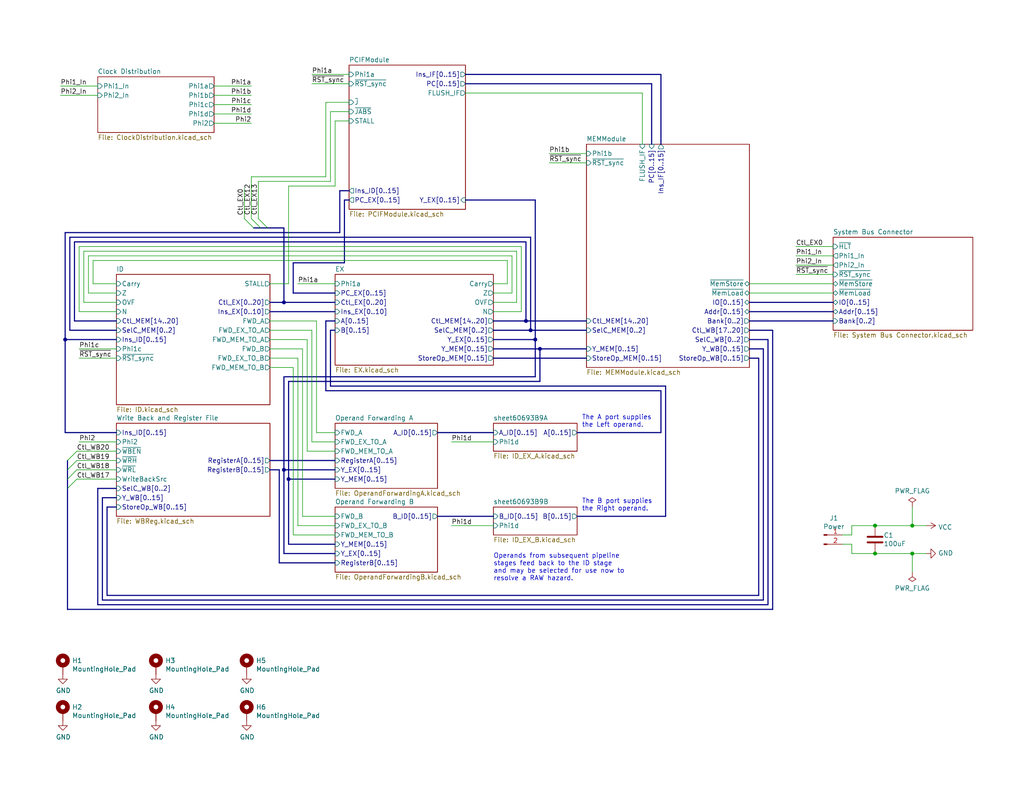
<source format=kicad_sch>
(kicad_sch (version 20250114) (generator "eeschema") (generator_version "9.0")
  (paper "USLetter")
  (title_block (title "Turtle16: Processor Board") (date "2025-07-01") (rev "A") (comment 4 "Microcomputer built from 74xx series logic chips."))
  (lib_symbols
    (symbol "Connector:Conn_01x02_Pin" (pin_names (offset 1.016) (hide yes))
      (property "Reference" "J" (at 0 2.54 0))
      (property "Value" "Conn_01x02_Pin" (at 0 -5.08 0))
      (symbol "Conn_01x02_Pin_1_1"
        (rectangle (start 0.8636 0.127) (end 0 -0.127) (stroke (width 0.1524)) (fill (type outline)))
        (rectangle (start 0.8636 -2.413) (end 0 -2.667) (stroke (width 0.1524)) (fill (type outline)))
        (polyline (pts (xy 1.27 0) (xy 0.8636 0)) (stroke (width 0.1524)))
        (polyline (pts (xy 1.27 -2.54) (xy 0.8636 -2.54)) (stroke (width 0.1524)))
        (pin passive line (at 5.08 0 180) (length 3.81) (name "Pin_1") (number "1"))
        (pin passive line (at 5.08 -2.54 180) (length 3.81) (name "Pin_2") (number "2"))
      )
    )
    (symbol "Device:C" (pin_numbers (hide yes)) (pin_names (offset 0.254))
      (property "Reference" "C" (at 0.635 2.54 0))
      (property "Value" "C" (at 0.635 -2.54 0))
      (symbol "C_0_1"
        (polyline (pts (xy -2.032 0.762) (xy 2.032 0.762)) (stroke (width 0.508)))
        (polyline (pts (xy -2.032 -0.762) (xy 2.032 -0.762)) (stroke (width 0.508)))
      )
      (symbol "C_1_1"
        (pin passive line (at 0 3.81 270) (length 2.794) (name "~") (number "1"))
        (pin passive line (at 0 -3.81 90) (length 2.794) (name "~") (number "2"))
      )
    )
    (symbol "Mechanical:MountingHole_Pad" (pin_numbers (hide yes)) (pin_names (offset 1.016) (hide yes))
      (property "Reference" "H" (at 0 6.35 0))
      (property "Value" "MountingHole_Pad" (at 0 4.445 0))
      (symbol "MountingHole_Pad_0_1"
        (circle (center 0 1.27) (radius 1.27) (stroke (width 1.27)))
      )
      (symbol "MountingHole_Pad_1_1"
        (pin input line (at 0 -2.54 90) (length 2.54) (name "1") (number "1"))
      )
    )
    (symbol "Turtle16:MEC5-140-01-L-DV-W1-K"
      (property "Reference" "J" (at 21.59 7.62 0))
      (property "Value" "MEC5-140-01-L-DV-W1-K" (at 21.59 5.08 0))
      (symbol "MEC5-140-01-L-DV-W1-K_1_1"
        (rectangle (start 5.08 2.54) (end 20.32 -360.68) (stroke (width 0.254)) (fill (type background)))
        (pin passive line (at 0 0 0) (length 5.08) (name "1") (number "1"))
        (pin passive line (at 0 -2.54 0) (length 5.08) (name "2") (number "2"))
        (pin passive line (at 0 -5.08 0) (length 5.08) (name "3") (number "3"))
        (pin passive line (at 0 -7.62 0) (length 5.08) (name "4") (number "4"))
        (pin passive line (at 0 -10.16 0) (length 5.08) (name "5") (number "5"))
        (pin passive line (at 0 -12.7 0) (length 5.08) (name "6") (number "6"))
        (pin passive line (at 0 -15.24 0) (length 5.08) (name "7") (number "7"))
        (pin passive line (at 0 -17.78 0) (length 5.08) (name "8") (number "8"))
        (pin passive line (at 0 -20.32 0) (length 5.08) (name "9") (number "9"))
        (pin passive line (at 0 -22.86 0) (length 5.08) (name "10") (number "10"))
        (pin passive line (at 0 -25.4 0) (length 5.08) (name "11") (number "11"))
        (pin passive line (at 0 -27.94 0) (length 5.08) (name "12") (number "12"))
        (pin passive line (at 0 -30.48 0) (length 5.08) (name "13") (number "13"))
        (pin passive line (at 0 -33.02 0) (length 5.08) (name "14") (number "14"))
        (pin passive line (at 0 -35.56 0) (length 5.08) (name "15") (number "15"))
        (pin passive line (at 0 -38.1 0) (length 5.08) (name "16") (number "16"))
        (pin passive line (at 0 -40.64 0) (length 5.08) (name "17") (number "17"))
        (pin passive line (at 0 -43.18 0) (length 5.08) (name "18") (number "18"))
        (pin passive line (at 0 -45.72 0) (length 5.08) (name "19") (number "19"))
        (pin passive line (at 0 -48.26 0) (length 5.08) (name "20") (number "20"))
        (pin passive line (at 0 -50.8 0) (length 5.08) (name "21") (number "21"))
        (pin passive line (at 0 -53.34 0) (length 5.08) (name "22") (number "22"))
        (pin passive line (at 0 -55.88 0) (length 5.08) (name "23") (number "23"))
        (pin passive line (at 0 -58.42 0) (length 5.08) (name "24") (number "24"))
        (pin passive line (at 0 -60.96 0) (length 5.08) (name "25") (number "25"))
        (pin passive line (at 0 -63.5 0) (length 5.08) (name "26") (number "26"))
        (pin passive line (at 0 -66.04 0) (length 5.08) (name "27") (number "27"))
        (pin passive line (at 0 -68.58 0) (length 5.08) (name "28") (number "28"))
        (pin passive line (at 0 -71.12 0) (length 5.08) (name "29") (number "29"))
        (pin passive line (at 0 -73.66 0) (length 5.08) (name "30") (number "30"))
        (pin passive line (at 0 -76.2 0) (length 5.08) (name "31") (number "31"))
        (pin passive line (at 0 -78.74 0) (length 5.08) (name "32") (number "32"))
        (pin passive line (at 0 -81.28 0) (length 5.08) (name "33") (number "33"))
        (pin passive line (at 0 -83.82 0) (length 5.08) (name "34") (number "34"))
        (pin passive line (at 0 -86.36 0) (length 5.08) (name "35") (number "35"))
        (pin passive line (at 0 -88.9 0) (length 5.08) (name "36") (number "36"))
        (pin passive line (at 0 -91.44 0) (length 5.08) (name "37") (number "37"))
        (pin passive line (at 0 -93.98 0) (length 5.08) (name "38") (number "38"))
        (pin passive line (at 0 -96.52 0) (length 5.08) (name "39") (number "39"))
        (pin passive line (at 0 -99.06 0) (length 5.08) (name "40") (number "40"))
        (pin passive line (at 0 -101.6 0) (length 5.08) (name "41") (number "41"))
        (pin passive line (at 0 -104.14 0) (length 5.08) (name "42") (number "42"))
        (pin passive line (at 0 -106.68 0) (length 5.08) (name "43") (number "43"))
        (pin passive line (at 0 -109.22 0) (length 5.08) (name "44") (number "44"))
        (pin passive line (at 0 -111.76 0) (length 5.08) (name "45") (number "45"))
        (pin passive line (at 0 -114.3 0) (length 5.08) (name "46") (number "46"))
        (pin passive line (at 0 -116.84 0) (length 5.08) (name "47") (number "47"))
        (pin passive line (at 0 -119.38 0) (length 5.08) (name "48") (number "48"))
        (pin passive line (at 0 -121.92 0) (length 5.08) (name "49") (number "49"))
        (pin passive line (at 0 -124.46 0) (length 5.08) (name "50") (number "50"))
        (pin passive line (at 0 -127 0) (length 5.08) (name "51") (number "51"))
        (pin passive line (at 0 -129.54 0) (length 5.08) (name "52") (number "52"))
        (pin passive line (at 0 -132.08 0) (length 5.08) (name "53") (number "53"))
        (pin passive line (at 0 -134.62 0) (length 5.08) (name "54") (number "54"))
        (pin passive line (at 0 -137.16 0) (length 5.08) (name "55") (number "55"))
        (pin passive line (at 0 -139.7 0) (length 5.08) (name "56") (number "56"))
        (pin passive line (at 0 -142.24 0) (length 5.08) (name "57") (number "57"))
        (pin passive line (at 0 -144.78 0) (length 5.08) (name "58") (number "58"))
        (pin passive line (at 0 -147.32 0) (length 5.08) (name "59") (number "59"))
        (pin passive line (at 0 -149.86 0) (length 5.08) (name "60") (number "60"))
        (pin passive line (at 0 -152.4 0) (length 5.08) (name "61") (number "61"))
        (pin passive line (at 0 -154.94 0) (length 5.08) (name "62") (number "62"))
        (pin passive line (at 0 -157.48 0) (length 5.08) (name "63") (number "63"))
        (pin passive line (at 0 -160.02 0) (length 5.08) (name "64") (number "64"))
        (pin passive line (at 0 -162.56 0) (length 5.08) (name "65") (number "65"))
        (pin passive line (at 0 -165.1 0) (length 5.08) (name "66") (number "66"))
        (pin passive line (at 0 -167.64 0) (length 5.08) (name "67") (number "67"))
        (pin passive line (at 0 -170.18 0) (length 5.08) (name "68") (number "68"))
        (pin passive line (at 0 -172.72 0) (length 5.08) (name "69") (number "69"))
        (pin passive line (at 0 -175.26 0) (length 5.08) (name "70") (number "70"))
        (pin passive line (at 0 -177.8 0) (length 5.08) (name "71") (number "71"))
        (pin passive line (at 0 -180.34 0) (length 5.08) (name "72") (number "72"))
        (pin passive line (at 0 -182.88 0) (length 5.08) (name "73") (number "73"))
        (pin passive line (at 0 -185.42 0) (length 5.08) (name "74") (number "74"))
        (pin passive line (at 0 -187.96 0) (length 5.08) (name "75") (number "75"))
        (pin passive line (at 0 -190.5 0) (length 5.08) (name "76") (number "76"))
        (pin passive line (at 0 -193.04 0) (length 5.08) (name "77") (number "77"))
        (pin passive line (at 0 -195.58 0) (length 5.08) (name "78") (number "78"))
        (pin passive line (at 0 -198.12 0) (length 5.08) (name "79") (number "79"))
        (pin passive line (at 0 -200.66 0) (length 5.08) (name "80") (number "80"))
        (pin passive line (at 0 -203.2 0) (length 5.08) (name "81") (number "81"))
        (pin passive line (at 0 -205.74 0) (length 5.08) (name "82") (number "82"))
        (pin passive line (at 0 -208.28 0) (length 5.08) (name "83") (number "83"))
        (pin passive line (at 0 -210.82 0) (length 5.08) (name "84") (number "84"))
        (pin passive line (at 0 -213.36 0) (length 5.08) (name "85") (number "85"))
        (pin passive line (at 0 -215.9 0) (length 5.08) (name "86") (number "86"))
        (pin passive line (at 0 -218.44 0) (length 5.08) (name "87") (number "87"))
        (pin passive line (at 0 -220.98 0) (length 5.08) (name "88") (number "88"))
        (pin passive line (at 0 -223.52 0) (length 5.08) (name "89") (number "89"))
        (pin passive line (at 0 -226.06 0) (length 5.08) (name "90") (number "90"))
        (pin passive line (at 0 -228.6 0) (length 5.08) (name "91") (number "91"))
        (pin passive line (at 0 -231.14 0) (length 5.08) (name "92") (number "92"))
        (pin passive line (at 0 -233.68 0) (length 5.08) (name "93") (number "93"))
        (pin passive line (at 0 -236.22 0) (length 5.08) (name "94") (number "94"))
        (pin passive line (at 0 -238.76 0) (length 5.08) (name "95") (number "95"))
        (pin passive line (at 0 -241.3 0) (length 5.08) (name "96") (number "96"))
        (pin passive line (at 0 -243.84 0) (length 5.08) (name "97") (number "97"))
        (pin passive line (at 0 -246.38 0) (length 5.08) (name "98") (number "98"))
        (pin passive line (at 0 -248.92 0) (length 5.08) (name "99") (number "99"))
        (pin passive line (at 0 -251.46 0) (length 5.08) (name "100") (number "100"))
        (pin passive line (at 0 -254 0) (length 5.08) (name "101") (number "101"))
        (pin passive line (at 0 -256.54 0) (length 5.08) (name "102") (number "102"))
        (pin passive line (at 0 -259.08 0) (length 5.08) (name "103") (number "103"))
        (pin passive line (at 0 -261.62 0) (length 5.08) (name "104") (number "104"))
        (pin passive line (at 0 -264.16 0) (length 5.08) (name "105") (number "105"))
        (pin passive line (at 0 -266.7 0) (length 5.08) (name "106") (number "106"))
        (pin passive line (at 0 -269.24 0) (length 5.08) (name "107") (number "107"))
        (pin passive line (at 0 -271.78 0) (length 5.08) (name "108") (number "108"))
        (pin passive line (at 0 -274.32 0) (length 5.08) (name "109") (number "109"))
        (pin passive line (at 0 -276.86 0) (length 5.08) (name "110") (number "110"))
        (pin passive line (at 0 -279.4 0) (length 5.08) (name "111") (number "111"))
        (pin passive line (at 0 -281.94 0) (length 5.08) (name "112") (number "112"))
        (pin passive line (at 0 -284.48 0) (length 5.08) (name "113") (number "113"))
        (pin passive line (at 0 -287.02 0) (length 5.08) (name "114") (number "114"))
        (pin passive line (at 0 -289.56 0) (length 5.08) (name "115") (number "115"))
        (pin passive line (at 0 -292.1 0) (length 5.08) (name "116") (number "116"))
        (pin passive line (at 0 -294.64 0) (length 5.08) (name "117") (number "117"))
        (pin passive line (at 0 -297.18 0) (length 5.08) (name "118") (number "118"))
        (pin passive line (at 0 -299.72 0) (length 5.08) (name "119") (number "119"))
        (pin passive line (at 0 -302.26 0) (length 5.08) (name "120") (number "120"))
        (pin passive line (at 0 -304.8 0) (length 5.08) (name "121") (number "121"))
        (pin passive line (at 0 -307.34 0) (length 5.08) (name "122") (number "122"))
        (pin passive line (at 0 -309.88 0) (length 5.08) (name "123") (number "123"))
        (pin passive line (at 0 -312.42 0) (length 5.08) (name "124") (number "124"))
        (pin passive line (at 0 -314.96 0) (length 5.08) (name "125") (number "125"))
        (pin passive line (at 0 -317.5 0) (length 5.08) (name "126") (number "126"))
        (pin passive line (at 0 -320.04 0) (length 5.08) (name "127") (number "127"))
        (pin passive line (at 0 -322.58 0) (length 5.08) (name "128") (number "128"))
        (pin passive line (at 0 -325.12 0) (length 5.08) (name "129") (number "129"))
        (pin passive line (at 0 -327.66 0) (length 5.08) (name "130") (number "130"))
        (pin passive line (at 0 -330.2 0) (length 5.08) (name "131") (number "131"))
        (pin passive line (at 0 -332.74 0) (length 5.08) (name "132") (number "132"))
        (pin passive line (at 0 -335.28 0) (length 5.08) (name "133") (number "133"))
        (pin passive line (at 0 -337.82 0) (length 5.08) (name "134") (number "134"))
        (pin passive line (at 0 -340.36 0) (length 5.08) (name "135") (number "135"))
        (pin passive line (at 0 -342.9 0) (length 5.08) (name "136") (number "136"))
        (pin passive line (at 0 -345.44 0) (length 5.08) (name "137") (number "137"))
        (pin passive line (at 0 -347.98 0) (length 5.08) (name "138") (number "138"))
        (pin passive line (at 0 -350.52 0) (length 5.08) (name "139") (number "139"))
        (pin passive line (at 0 -353.06 0) (length 5.08) (name "140") (number "140"))
        (pin passive line (at 0 -355.6 0) (length 5.08) (name "141") (number "141"))
        (pin passive line (at 0 -358.14 0) (length 5.08) (name "142") (number "142"))
        (pin passive line (at 25.4 0 180) (length 5.08) (name "143") (number "143"))
        (pin passive line (at 25.4 -2.54 180) (length 5.08) (name "144") (number "144"))
        (pin passive line (at 25.4 -5.08 180) (length 5.08) (name "145") (number "145"))
        (pin passive line (at 25.4 -7.62 180) (length 5.08) (name "146") (number "146"))
        (pin passive line (at 25.4 -10.16 180) (length 5.08) (name "147") (number "147"))
        (pin passive line (at 25.4 -12.7 180) (length 5.08) (name "148") (number "148"))
        (pin passive line (at 25.4 -15.24 180) (length 5.08) (name "149") (number "149"))
        (pin passive line (at 25.4 -17.78 180) (length 5.08) (name "150") (number "150"))
        (pin passive line (at 25.4 -20.32 180) (length 5.08) (name "151") (number "151"))
        (pin passive line (at 25.4 -22.86 180) (length 5.08) (name "152") (number "152"))
        (pin passive line (at 25.4 -25.4 180) (length 5.08) (name "153") (number "153"))
        (pin passive line (at 25.4 -27.94 180) (length 5.08) (name "154") (number "154"))
        (pin passive line (at 25.4 -30.48 180) (length 5.08) (name "155") (number "155"))
        (pin passive line (at 25.4 -33.02 180) (length 5.08) (name "156") (number "156"))
        (pin passive line (at 25.4 -35.56 180) (length 5.08) (name "157") (number "157"))
        (pin passive line (at 25.4 -38.1 180) (length 5.08) (name "158") (number "158"))
        (pin passive line (at 25.4 -40.64 180) (length 5.08) (name "159") (number "159"))
        (pin passive line (at 25.4 -43.18 180) (length 5.08) (name "160") (number "160"))
        (pin passive line (at 25.4 -45.72 180) (length 5.08) (name "161") (number "161"))
        (pin passive line (at 25.4 -48.26 180) (length 5.08) (name "162") (number "162"))
        (pin passive line (at 25.4 -50.8 180) (length 5.08) (name "163") (number "163"))
        (pin passive line (at 25.4 -53.34 180) (length 5.08) (name "164") (number "164"))
        (pin passive line (at 25.4 -55.88 180) (length 5.08) (name "165") (number "165"))
        (pin passive line (at 25.4 -58.42 180) (length 5.08) (name "166") (number "166"))
        (pin passive line (at 25.4 -60.96 180) (length 5.08) (name "167") (number "167"))
        (pin passive line (at 25.4 -63.5 180) (length 5.08) (name "168") (number "168"))
        (pin passive line (at 25.4 -66.04 180) (length 5.08) (name "169") (number "169"))
        (pin passive line (at 25.4 -68.58 180) (length 5.08) (name "170") (number "170"))
        (pin passive line (at 25.4 -71.12 180) (length 5.08) (name "171") (number "171"))
        (pin passive line (at 25.4 -73.66 180) (length 5.08) (name "172") (number "172"))
        (pin passive line (at 25.4 -76.2 180) (length 5.08) (name "173") (number "173"))
        (pin passive line (at 25.4 -78.74 180) (length 5.08) (name "174") (number "174"))
        (pin passive line (at 25.4 -81.28 180) (length 5.08) (name "175") (number "175"))
        (pin passive line (at 25.4 -83.82 180) (length 5.08) (name "176") (number "176"))
        (pin passive line (at 25.4 -86.36 180) (length 5.08) (name "177") (number "177"))
        (pin passive line (at 25.4 -88.9 180) (length 5.08) (name "178") (number "178"))
        (pin passive line (at 25.4 -91.44 180) (length 5.08) (name "179") (number "179"))
        (pin passive line (at 25.4 -93.98 180) (length 5.08) (name "180") (number "180"))
        (pin passive line (at 25.4 -96.52 180) (length 5.08) (name "181") (number "181"))
        (pin passive line (at 25.4 -99.06 180) (length 5.08) (name "182") (number "182"))
        (pin passive line (at 25.4 -101.6 180) (length 5.08) (name "183") (number "183"))
        (pin passive line (at 25.4 -104.14 180) (length 5.08) (name "184") (number "184"))
        (pin passive line (at 25.4 -106.68 180) (length 5.08) (name "185") (number "185"))
        (pin passive line (at 25.4 -109.22 180) (length 5.08) (name "186") (number "186"))
        (pin passive line (at 25.4 -111.76 180) (length 5.08) (name "187") (number "187"))
        (pin passive line (at 25.4 -114.3 180) (length 5.08) (name "188") (number "188"))
        (pin passive line (at 25.4 -116.84 180) (length 5.08) (name "189") (number "189"))
        (pin passive line (at 25.4 -119.38 180) (length 5.08) (name "190") (number "190"))
        (pin passive line (at 25.4 -121.92 180) (length 5.08) (name "191") (number "191"))
        (pin passive line (at 25.4 -124.46 180) (length 5.08) (name "192") (number "192"))
        (pin passive line (at 25.4 -127 180) (length 5.08) (name "193") (number "193"))
        (pin passive line (at 25.4 -129.54 180) (length 5.08) (name "194") (number "194"))
        (pin passive line (at 25.4 -132.08 180) (length 5.08) (name "195") (number "195"))
        (pin passive line (at 25.4 -134.62 180) (length 5.08) (name "196") (number "196"))
        (pin passive line (at 25.4 -137.16 180) (length 5.08) (name "197") (number "197"))
        (pin passive line (at 25.4 -139.7 180) (length 5.08) (name "198") (number "198"))
        (pin passive line (at 25.4 -142.24 180) (length 5.08) (name "199") (number "199"))
        (pin passive line (at 25.4 -144.78 180) (length 5.08) (name "200") (number "200"))
        (pin passive line (at 25.4 -147.32 180) (length 5.08) (name "201") (number "201"))
        (pin passive line (at 25.4 -149.86 180) (length 5.08) (name "202") (number "202"))
        (pin passive line (at 25.4 -152.4 180) (length 5.08) (name "203") (number "203"))
        (pin passive line (at 25.4 -154.94 180) (length 5.08) (name "204") (number "204"))
        (pin passive line (at 25.4 -157.48 180) (length 5.08) (name "205") (number "205"))
        (pin passive line (at 25.4 -160.02 180) (length 5.08) (name "206") (number "206"))
        (pin passive line (at 25.4 -162.56 180) (length 5.08) (name "207") (number "207"))
        (pin passive line (at 25.4 -165.1 180) (length 5.08) (name "208") (number "208"))
        (pin passive line (at 25.4 -167.64 180) (length 5.08) (name "209") (number "209"))
        (pin passive line (at 25.4 -170.18 180) (length 5.08) (name "210") (number "210"))
        (pin passive line (at 25.4 -172.72 180) (length 5.08) (name "211") (number "211"))
        (pin passive line (at 25.4 -175.26 180) (length 5.08) (name "212") (number "212"))
        (pin passive line (at 25.4 -177.8 180) (length 5.08) (name "213") (number "213"))
        (pin passive line (at 25.4 -180.34 180) (length 5.08) (name "214") (number "214"))
        (pin passive line (at 25.4 -182.88 180) (length 5.08) (name "215") (number "215"))
        (pin passive line (at 25.4 -185.42 180) (length 5.08) (name "216") (number "216"))
        (pin passive line (at 25.4 -187.96 180) (length 5.08) (name "217") (number "217"))
        (pin passive line (at 25.4 -190.5 180) (length 5.08) (name "218") (number "218"))
        (pin passive line (at 25.4 -193.04 180) (length 5.08) (name "219") (number "219"))
        (pin passive line (at 25.4 -195.58 180) (length 5.08) (name "220") (number "220"))
        (pin passive line (at 25.4 -198.12 180) (length 5.08) (name "221") (number "221"))
        (pin passive line (at 25.4 -200.66 180) (length 5.08) (name "222") (number "222"))
        (pin passive line (at 25.4 -203.2 180) (length 5.08) (name "223") (number "223"))
        (pin passive line (at 25.4 -205.74 180) (length 5.08) (name "224") (number "224"))
        (pin passive line (at 25.4 -208.28 180) (length 5.08) (name "225") (number "225"))
        (pin passive line (at 25.4 -210.82 180) (length 5.08) (name "226") (number "226"))
        (pin passive line (at 25.4 -213.36 180) (length 5.08) (name "227") (number "227"))
        (pin passive line (at 25.4 -215.9 180) (length 5.08) (name "228") (number "228"))
        (pin passive line (at 25.4 -218.44 180) (length 5.08) (name "229") (number "229"))
        (pin passive line (at 25.4 -220.98 180) (length 5.08) (name "230") (number "230"))
        (pin passive line (at 25.4 -223.52 180) (length 5.08) (name "231") (number "231"))
        (pin passive line (at 25.4 -226.06 180) (length 5.08) (name "232") (number "232"))
        (pin passive line (at 25.4 -228.6 180) (length 5.08) (name "233") (number "233"))
        (pin passive line (at 25.4 -231.14 180) (length 5.08) (name "234") (number "234"))
        (pin passive line (at 25.4 -233.68 180) (length 5.08) (name "235") (number "235"))
        (pin passive line (at 25.4 -236.22 180) (length 5.08) (name "236") (number "236"))
        (pin passive line (at 25.4 -238.76 180) (length 5.08) (name "237") (number "237"))
        (pin passive line (at 25.4 -241.3 180) (length 5.08) (name "238") (number "238"))
        (pin passive line (at 25.4 -243.84 180) (length 5.08) (name "239") (number "239"))
        (pin passive line (at 25.4 -246.38 180) (length 5.08) (name "240") (number "240"))
        (pin passive line (at 25.4 -248.92 180) (length 5.08) (name "241") (number "241"))
        (pin passive line (at 25.4 -251.46 180) (length 5.08) (name "242") (number "242"))
        (pin passive line (at 25.4 -254 180) (length 5.08) (name "243") (number "243"))
        (pin passive line (at 25.4 -256.54 180) (length 5.08) (name "244") (number "244"))
        (pin passive line (at 25.4 -259.08 180) (length 5.08) (name "245") (number "245"))
        (pin passive line (at 25.4 -261.62 180) (length 5.08) (name "246") (number "246"))
        (pin passive line (at 25.4 -264.16 180) (length 5.08) (name "247") (number "247"))
        (pin passive line (at 25.4 -266.7 180) (length 5.08) (name "248") (number "248"))
        (pin passive line (at 25.4 -269.24 180) (length 5.08) (name "249") (number "249"))
        (pin passive line (at 25.4 -271.78 180) (length 5.08) (name "250") (number "250"))
        (pin passive line (at 25.4 -274.32 180) (length 5.08) (name "251") (number "251"))
        (pin passive line (at 25.4 -276.86 180) (length 5.08) (name "252") (number "252"))
        (pin passive line (at 25.4 -279.4 180) (length 5.08) (name "253") (number "253"))
        (pin passive line (at 25.4 -281.94 180) (length 5.08) (name "254") (number "254"))
        (pin passive line (at 25.4 -284.48 180) (length 5.08) (name "255") (number "255"))
        (pin passive line (at 25.4 -287.02 180) (length 5.08) (name "256") (number "256"))
        (pin passive line (at 25.4 -289.56 180) (length 5.08) (name "257") (number "257"))
        (pin passive line (at 25.4 -292.1 180) (length 5.08) (name "258") (number "258"))
        (pin passive line (at 25.4 -294.64 180) (length 5.08) (name "259") (number "259"))
        (pin passive line (at 25.4 -297.18 180) (length 5.08) (name "260") (number "260"))
        (pin passive line (at 25.4 -299.72 180) (length 5.08) (name "261") (number "261"))
        (pin passive line (at 25.4 -302.26 180) (length 5.08) (name "262") (number "262"))
        (pin passive line (at 25.4 -304.8 180) (length 5.08) (name "263") (number "263"))
        (pin passive line (at 25.4 -307.34 180) (length 5.08) (name "264") (number "264"))
        (pin passive line (at 25.4 -309.88 180) (length 5.08) (name "265") (number "265"))
        (pin passive line (at 25.4 -312.42 180) (length 5.08) (name "266") (number "266"))
        (pin passive line (at 25.4 -314.96 180) (length 5.08) (name "267") (number "267"))
        (pin passive line (at 25.4 -317.5 180) (length 5.08) (name "268") (number "268"))
        (pin passive line (at 25.4 -320.04 180) (length 5.08) (name "269") (number "269"))
        (pin passive line (at 25.4 -322.58 180) (length 5.08) (name "270") (number "270"))
        (pin passive line (at 25.4 -325.12 180) (length 5.08) (name "271") (number "271"))
        (pin passive line (at 25.4 -327.66 180) (length 5.08) (name "272") (number "272"))
        (pin passive line (at 25.4 -330.2 180) (length 5.08) (name "273") (number "273"))
        (pin passive line (at 25.4 -332.74 180) (length 5.08) (name "274") (number "274"))
        (pin passive line (at 25.4 -335.28 180) (length 5.08) (name "275") (number "275"))
        (pin passive line (at 25.4 -337.82 180) (length 5.08) (name "276") (number "276"))
        (pin passive line (at 25.4 -340.36 180) (length 5.08) (name "277") (number "277"))
        (pin passive line (at 25.4 -342.9 180) (length 5.08) (name "278") (number "278"))
        (pin passive line (at 25.4 -345.44 180) (length 5.08) (name "279") (number "279"))
        (pin passive line (at 25.4 -347.98 180) (length 5.08) (name "280") (number "280"))
        (pin passive line (at 25.4 -350.52 180) (length 5.08) (name "MH2") (number "MH2"))
        (pin passive line (at 25.4 -353.06 180) (length 5.08) (name "MH3") (number "MH3"))
        (pin passive line (at 25.4 -355.6 180) (length 5.08) (name "MH4") (number "MH4"))
        (pin passive line (at 25.4 -358.14 180) (length 5.08) (name "MH5") (number "MH5"))
      )
    )
    (symbol "power:GND" (power) (pin_names (offset 0))
      (property "Value" "GND" (at 0 -3.81 0))
      (symbol "GND_0_1"
        (polyline (pts (xy 0 0) (xy 0 -1.27) (xy 1.27 -1.27) (xy 0 -2.54) (xy -1.27 -1.27) (xy 0 -1.27)))
      )
      (symbol "GND_1_1"
        (pin power_in line (at 0 0 270) (length 0) (hide yes) (name "GND") (number "1"))
      )
    )
    (symbol "power:PWR_FLAG" (power) (pin_numbers (hide yes)) (pin_names (offset 0) (hide yes))
      (property "Value" "PWR_FLAG" (at 0 3.81 0))
      (symbol "PWR_FLAG_0_0"
        (pin power_out line (at 0 0 90) (length 0) (name "pwr") (number "1"))
      )
      (symbol "PWR_FLAG_0_1"
        (polyline (pts (xy 0 0) (xy 0 1.27) (xy -1.016 1.905) (xy 0 2.54) (xy 1.016 1.905) (xy 0 1.27)))
      )
    )
    (symbol "power:VCC" (power) (pin_names (offset 0))
      (property "Value" "VCC" (at 0 3.81 0))
      (symbol "VCC_0_1"
        (polyline (pts (xy -0.762 1.27) (xy 0 2.54)))
        (polyline (pts (xy 0 2.54) (xy 0.762 1.27)))
        (polyline (pts (xy 0 0) (xy 0 2.54)))
      )
      (symbol "VCC_1_1"
        (pin power_in line (at 0 0 90) (length 0) (hide yes) (name "VCC") (number "1"))
      )
    )
  )
  (text "Operands from subsequent pipeline\nstages feed back to the ID stage\nand may be selected for use now to\nresolve a RAW hazard." (at 134.62 158.75 0) (effects (font (size 1.27 1.27)) (justify left bottom)))
  (text "The B port supplies\nthe Right operand." (at 158.75 139.7 0) (effects (font (size 1.27 1.27)) (justify left bottom)))
  (text "The A port supplies\nthe Left operand." (at 158.75 116.84 0) (effects (font (size 1.27 1.27)) (justify left bottom)))
  (junction (at 77.47 128.27))
  (junction (at 147.32 95.25))
  (junction (at 238.76 151.13))
  (junction (at 248.92 151.13))
  (junction (at 143.51 87.63))
  (junction (at 146.05 92.71))
  (junction (at 144.78 90.17))
  (junction (at 248.92 143.51))
  (junction (at 78.74 130.81))
  (junction (at 77.47 82.55))
  (junction (at 17.78 92.71))
  (junction (at 238.76 143.51))
  (bus_entry (at 73.025 62.23) (size -2.54 -2.54))
  (bus_entry (at 71.12 62.23) (size -2.54 -2.54))
  (bus_entry (at 69.215 62.23) (size -2.54 -2.54))
  (bus_entry (at 18.415 128.27) (size 2.54 -2.54))
  (bus_entry (at 18.415 130.81) (size 2.54 -2.54))
  (bus_entry (at 18.415 125.73) (size 2.54 -2.54))
  (bus_entry (at 18.415 133.35) (size 2.54 -2.54))
  (bus (pts (xy 91.44 87.63) (xy 88.9 87.63)))
  (wire (pts (xy 91.44 123.19) (xy 83.82 123.19)))
  (bus (pts (xy 91.44 90.17) (xy 90.17 90.17)))
  (bus (pts (xy 73.66 82.55) (xy 77.47 82.55)))
  (bus (pts (xy 181.61 140.97) (xy 157.48 140.97)))
  (wire (pts (xy 86.36 87.63) (xy 73.66 87.63)))
  (wire (pts (xy 21.59 95.25) (xy 31.75 95.25)))
  (bus (pts (xy 177.8 39.37) (xy 177.8 22.86)))
  (bus (pts (xy 88.9 87.63) (xy 88.9 106.68)))
  (wire (pts (xy 134.62 82.55) (xy 140.97 82.55)))
  (bus (pts (xy 92.71 52.07) (xy 92.71 63.5)))
  (wire (pts (xy 91.44 120.65) (xy 85.09 120.65)))
  (wire (pts (xy 238.76 151.13) (xy 248.92 151.13)))
  (bus (pts (xy 93.98 54.61) (xy 93.98 71.755)))
  (wire (pts (xy 232.41 143.51) (xy 238.76 143.51)))
  (wire (pts (xy 142.24 85.09) (xy 142.24 67.31)))
  (wire (pts (xy 20.955 125.73) (xy 31.75 125.73)))
  (bus (pts (xy 144.78 64.77) (xy 19.05 64.77)))
  (bus (pts (xy 78.74 104.14) (xy 78.74 130.81)))
  (bus (pts (xy 77.47 102.87) (xy 77.47 128.27)))
  (wire (pts (xy 138.43 71.12) (xy 25.4 71.12)))
  (bus (pts (xy 27.94 135.89) (xy 27.94 163.83)))
  (wire (pts (xy 95.25 27.94) (xy 88.9 27.94)))
  (bus (pts (xy 73.66 85.09) (xy 91.44 85.09)))
  (bus (pts (xy 180.34 20.32) (xy 180.34 39.37)))
  (wire (pts (xy 80.01 146.05) (xy 80.01 100.33)))
  (bus (pts (xy 80.01 80.01) (xy 91.44 80.01)))
  (bus (pts (xy 127 20.32) (xy 180.34 20.32)))
  (bus (pts (xy 209.55 165.1) (xy 26.67 165.1)))
  (bus (pts (xy 180.34 106.68) (xy 180.34 118.11)))
  (wire (pts (xy 68.58 48.26) (xy 68.58 59.69)))
  (wire (pts (xy 20.955 128.27) (xy 31.75 128.27)))
  (bus (pts (xy 78.74 130.81) (xy 78.74 148.59)))
  (wire (pts (xy 25.4 77.47) (xy 31.75 77.47)))
  (bus (pts (xy 80.01 71.755) (xy 80.01 80.01)))
  (wire (pts (xy 68.58 23.495) (xy 58.42 23.495)))
  (wire (pts (xy 149.86 44.45) (xy 160.02 44.45)))
  (bus (pts (xy 208.28 163.83) (xy 208.28 95.25)))
  (wire (pts (xy 91.44 50.8) (xy 78.74 50.8)))
  (bus (pts (xy 76.2 128.27) (xy 76.2 153.67)))
  (wire (pts (xy 21.59 97.79) (xy 31.75 97.79)))
  (wire (pts (xy 81.28 97.79) (xy 73.66 97.79)))
  (bus (pts (xy 73.66 128.27) (xy 76.2 128.27)))
  (wire (pts (xy 252.73 143.51) (xy 248.92 143.51)))
  (bus (pts (xy 19.05 64.77) (xy 19.05 90.17)))
  (bus (pts (xy 95.25 54.61) (xy 93.98 54.61)))
  (wire (pts (xy 217.17 69.85) (xy 227.33 69.85)))
  (wire (pts (xy 16.51 23.495) (xy 26.67 23.495)))
  (bus (pts (xy 143.51 87.63) (xy 160.02 87.63)))
  (bus (pts (xy 210.82 166.37) (xy 18.415 166.37)))
  (wire (pts (xy 68.58 26.035) (xy 58.42 26.035)))
  (bus (pts (xy 146.05 102.87) (xy 77.47 102.87)))
  (wire (pts (xy 80.01 100.33) (xy 73.66 100.33)))
  (wire (pts (xy 91.44 33.02) (xy 91.44 50.8)))
  (bus (pts (xy 29.21 162.56) (xy 29.21 138.43)))
  (wire (pts (xy 139.7 69.85) (xy 139.7 80.01)))
  (bus (pts (xy 180.34 118.11) (xy 157.48 118.11)))
  (wire (pts (xy 217.17 67.31) (xy 227.33 67.31)))
  (bus (pts (xy 134.62 92.71) (xy 146.05 92.71)))
  (bus (pts (xy 134.62 90.17) (xy 144.78 90.17)))
  (wire (pts (xy 68.58 28.575) (xy 58.42 28.575)))
  (bus (pts (xy 69.215 62.23) (xy 71.12 62.23)))
  (wire (pts (xy 22.86 68.58) (xy 22.86 82.55)))
  (bus (pts (xy 93.98 71.755) (xy 80.01 71.755)))
  (wire (pts (xy 91.44 118.11) (xy 86.36 118.11)))
  (wire (pts (xy 140.97 68.58) (xy 22.86 68.58)))
  (bus (pts (xy 204.47 92.71) (xy 209.55 92.71)))
  (wire (pts (xy 24.13 69.85) (xy 139.7 69.85)))
  (wire (pts (xy 25.4 71.12) (xy 25.4 77.47)))
  (bus (pts (xy 20.32 87.63) (xy 31.75 87.63)))
  (wire (pts (xy 90.17 49.53) (xy 90.17 30.48)))
  (bus (pts (xy 181.61 105.41) (xy 181.61 140.97)))
  (bus (pts (xy 147.32 95.25) (xy 160.02 95.25)))
  (bus (pts (xy 29.21 138.43) (xy 31.75 138.43)))
  (bus (pts (xy 73.66 125.73) (xy 91.44 125.73)))
  (wire (pts (xy 134.62 85.09) (xy 142.24 85.09)))
  (wire (pts (xy 248.92 138.43) (xy 248.92 143.51)))
  (wire (pts (xy 123.19 143.51) (xy 134.62 143.51)))
  (bus (pts (xy 77.47 151.13) (xy 91.44 151.13)))
  (wire (pts (xy 85.09 20.32) (xy 95.25 20.32)))
  (wire (pts (xy 24.13 80.01) (xy 24.13 69.85)))
  (bus (pts (xy 127 22.86) (xy 177.8 22.86)))
  (bus (pts (xy 208.28 95.25) (xy 204.47 95.25)))
  (bus (pts (xy 77.47 82.55) (xy 91.44 82.55)))
  (wire (pts (xy 21.59 85.09) (xy 31.75 85.09)))
  (bus (pts (xy 92.71 63.5) (xy 17.78 63.5)))
  (wire (pts (xy 78.74 50.8) (xy 78.74 77.47)))
  (wire (pts (xy 83.82 123.19) (xy 83.82 92.71)))
  (bus (pts (xy 146.05 54.61) (xy 146.05 92.71)))
  (bus (pts (xy 204.47 87.63) (xy 227.33 87.63)))
  (bus (pts (xy 88.9 106.68) (xy 180.34 106.68)))
  (bus (pts (xy 78.74 130.81) (xy 91.44 130.81)))
  (wire (pts (xy 138.43 77.47) (xy 138.43 71.12)))
  (bus (pts (xy 73.025 62.23) (xy 77.47 62.23)))
  (wire (pts (xy 91.44 140.97) (xy 82.55 140.97)))
  (wire (pts (xy 68.58 31.115) (xy 58.42 31.115)))
  (wire (pts (xy 83.82 92.71) (xy 73.66 92.71)))
  (bus (pts (xy 210.82 90.17) (xy 210.82 166.37)))
  (bus (pts (xy 31.75 118.11) (xy 17.78 118.11)))
  (wire (pts (xy 232.41 151.13) (xy 238.76 151.13)))
  (wire (pts (xy 70.485 59.69) (xy 70.485 49.53)))
  (bus (pts (xy 18.415 130.81) (xy 18.415 133.35)))
  (wire (pts (xy 82.55 95.25) (xy 73.66 95.25)))
  (bus (pts (xy 147.32 104.14) (xy 78.74 104.14)))
  (wire (pts (xy 248.92 156.21) (xy 248.92 151.13)))
  (wire (pts (xy 95.25 33.02) (xy 91.44 33.02)))
  (wire (pts (xy 217.17 74.93) (xy 227.33 74.93)))
  (wire (pts (xy 78.74 77.47) (xy 73.66 77.47)))
  (wire (pts (xy 204.47 77.47) (xy 227.33 77.47)))
  (bus (pts (xy 204.47 90.17) (xy 210.82 90.17)))
  (bus (pts (xy 19.05 90.17) (xy 31.75 90.17)))
  (bus (pts (xy 31.75 135.89) (xy 27.94 135.89)))
  (bus (pts (xy 78.74 148.59) (xy 91.44 148.59)))
  (wire (pts (xy 91.44 146.05) (xy 80.01 146.05)))
  (bus (pts (xy 143.51 87.63) (xy 143.51 66.04)))
  (bus (pts (xy 18.415 133.35) (xy 18.415 166.37)))
  (wire (pts (xy 232.41 148.59) (xy 232.41 151.13)))
  (wire (pts (xy 68.58 33.655) (xy 58.42 33.655)))
  (wire (pts (xy 123.19 120.65) (xy 134.62 120.65)))
  (wire (pts (xy 21.59 67.31) (xy 21.59 85.09)))
  (bus (pts (xy 134.62 95.25) (xy 147.32 95.25)))
  (bus (pts (xy 17.78 118.11) (xy 17.78 92.71)))
  (bus (pts (xy 209.55 92.71) (xy 209.55 165.1)))
  (wire (pts (xy 85.09 22.86) (xy 95.25 22.86)))
  (wire (pts (xy 88.9 27.94) (xy 88.9 48.26)))
  (wire (pts (xy 175.26 39.37) (xy 175.26 25.4)))
  (wire (pts (xy 229.87 146.05) (xy 232.41 146.05)))
  (bus (pts (xy 77.47 128.27) (xy 77.47 151.13)))
  (bus (pts (xy 146.05 92.71) (xy 146.05 102.87)))
  (bus (pts (xy 26.67 165.1) (xy 26.67 133.35)))
  (wire (pts (xy 85.09 120.65) (xy 85.09 90.17)))
  (wire (pts (xy 217.17 72.39) (xy 227.33 72.39)))
  (wire (pts (xy 134.62 77.47) (xy 138.43 77.47)))
  (wire (pts (xy 229.87 148.59) (xy 232.41 148.59)))
  (bus (pts (xy 134.62 97.79) (xy 160.02 97.79)))
  (bus (pts (xy 76.2 153.67) (xy 91.44 153.67)))
  (bus (pts (xy 77.47 82.55) (xy 77.47 62.23)))
  (bus (pts (xy 207.01 97.79) (xy 207.01 162.56)))
  (bus (pts (xy 18.415 125.73) (xy 18.415 128.27)))
  (bus (pts (xy 31.75 92.71) (xy 17.78 92.71)))
  (wire (pts (xy 91.44 143.51) (xy 81.28 143.51)))
  (wire (pts (xy 248.92 151.13) (xy 252.73 151.13)))
  (wire (pts (xy 82.55 140.97) (xy 82.55 95.25)))
  (wire (pts (xy 204.47 80.01) (xy 227.33 80.01)))
  (wire (pts (xy 232.41 143.51) (xy 232.41 146.05)))
  (wire (pts (xy 238.76 143.51) (xy 248.92 143.51)))
  (wire (pts (xy 81.28 77.47) (xy 91.44 77.47)))
  (wire (pts (xy 88.9 48.26) (xy 68.58 48.26)))
  (wire (pts (xy 85.09 90.17) (xy 73.66 90.17)))
  (bus (pts (xy 90.17 90.17) (xy 90.17 105.41)))
  (bus (pts (xy 143.51 66.04) (xy 20.32 66.04)))
  (bus (pts (xy 77.47 128.27) (xy 91.44 128.27)))
  (wire (pts (xy 86.36 118.11) (xy 86.36 87.63)))
  (bus (pts (xy 144.78 90.17) (xy 144.78 64.77)))
  (wire (pts (xy 66.675 51.435) (xy 66.675 59.69)))
  (bus (pts (xy 20.32 66.04) (xy 20.32 87.63)))
  (bus (pts (xy 127 54.61) (xy 146.05 54.61)))
  (wire (pts (xy 134.62 80.01) (xy 139.7 80.01)))
  (bus (pts (xy 18.415 128.27) (xy 18.415 130.81)))
  (bus (pts (xy 144.78 90.17) (xy 160.02 90.17)))
  (bus (pts (xy 26.67 133.35) (xy 31.75 133.35)))
  (wire (pts (xy 16.51 26.035) (xy 26.67 26.035)))
  (bus (pts (xy 119.38 118.11) (xy 134.62 118.11)))
  (wire (pts (xy 22.86 82.55) (xy 31.75 82.55)))
  (bus (pts (xy 71.12 62.23) (xy 73.025 62.23)))
  (bus (pts (xy 204.47 97.79) (xy 207.01 97.79)))
  (wire (pts (xy 149.86 41.91) (xy 160.02 41.91)))
  (wire (pts (xy 90.17 30.48) (xy 95.25 30.48)))
  (wire (pts (xy 70.485 49.53) (xy 90.17 49.53)))
  (bus (pts (xy 204.47 85.09) (xy 227.33 85.09)))
  (wire (pts (xy 31.75 80.01) (xy 24.13 80.01)))
  (bus (pts (xy 147.32 95.25) (xy 147.32 104.14)))
  (bus (pts (xy 204.47 82.55) (xy 227.33 82.55)))
  (bus (pts (xy 119.38 140.97) (xy 134.62 140.97)))
  (wire (pts (xy 21.59 120.65) (xy 31.75 120.65)))
  (wire (pts (xy 20.955 123.19) (xy 31.75 123.19)))
  (bus (pts (xy 90.17 105.41) (xy 181.61 105.41)))
  (wire (pts (xy 127 25.4) (xy 175.26 25.4)))
  (bus (pts (xy 134.62 87.63) (xy 143.51 87.63)))
  (wire (pts (xy 21.59 67.31) (xy 142.24 67.31)))
  (wire (pts (xy 20.955 130.81) (xy 31.75 130.81)))
  (bus (pts (xy 207.01 162.56) (xy 29.21 162.56)))
  (bus (pts (xy 17.78 63.5) (xy 17.78 92.71)))
  (bus (pts (xy 95.25 52.07) (xy 92.71 52.07)))
  (wire (pts (xy 140.97 82.55) (xy 140.97 68.58)))
  (bus (pts (xy 27.94 163.83) (xy 208.28 163.83)))
  (wire (pts (xy 81.28 143.51) (xy 81.28 97.79)))
  (label "Phi1_In" (at 217.17 69.85 0))
  (label "~{RST_sync}" (at 21.59 97.79 0))
  (label "Phi2_In" (at 217.17 72.39 0))
  (label "~{RST_sync}" (at 217.17 74.93 0))
  (label "Phi1b" (at 68.58 26.035 180))
  (label "Ctl_EX0" (at 66.675 51.435 270))
  (label "Ctl_WB18" (at 20.955 128.27 0))
  (label "Phi2" (at 21.59 120.65 0))
  (label "Phi1_In" (at 16.51 23.495 0))
  (label "Phi1d" (at 123.19 120.65 0))
  (label "~{RST_sync}" (at 85.09 22.86 0))
  (label "Phi1a" (at 81.28 77.47 0))
  (label "Phi2" (at 68.58 33.655 180))
  (label "Phi1c" (at 68.58 28.575 180))
  (label "Ctl_EX13" (at 70.485 50.165 270))
  (label "Phi1b" (at 149.86 41.91 0))
  (label "Ctl_WB19" (at 20.955 125.73 0))
  (label "Phi1c" (at 21.59 95.25 0))
  (label "Ctl_WB17" (at 20.955 130.81 0))
  (label "Phi2_In" (at 16.51 26.035 0))
  (label "Phi1a" (at 68.58 23.495 180))
  (label "Ctl_WB20" (at 20.955 123.19 0))
  (label "Phi1d" (at 123.19 143.51 0))
  (label "Phi1d" (at 68.58 31.115 180))
  (label "Phi1a" (at 85.09 20.32 0))
  (label "Ctl_EX12" (at 68.58 50.165 270))
  (label "Ctl_EX0" (at 217.17 67.31 0))
  (label "~{RST_sync}" (at 149.86 44.45 0))
  (symbol (lib_id "Connector:Conn_01x02_Pin") (at 224.79 146.05 0) (unit 1)
    (property "Reference" "J1" (at 227.5332 141.4526 0))
    (property "Value" "Power" (at 227.5332 143.764 0))
    (property "Footprint" "Connector_Molex:172448-0002" (effects (hide yes)))
    (property "Datasheet" "https://www.molex.com/content/dam/molex/molex-dot-com/products/automated/en-us/salesdrawingpdf/172/172448/1724480002_sd.pdf" (effects (hide yes)))
    (property "Manufacturer" "Molex" (effects (hide yes)))
    (property "Manufacturer#" "172448-0002" (effects (hide yes)))
    (property "Mouser#" "538-172448-0002" (effects (hide yes)))
    (property "Digikey#" "WM16206-ND" (effects (hide yes)))
  )
  (symbol (lib_id "Mechanical:MountingHole_Pad") (at 17.145 181.61 0) (unit 1) (in_bom no)
    (property "Reference" "H1" (at 19.685 180.3654 0) (effects (justify left)))
    (property "Value" "MountingHole_Pad" (at 19.685 182.6768 0) (effects (justify left)))
    (property "Footprint" "MountingHole:MountingHole_3.2mm_M3_Pad" (effects (hide yes)))
  )
  (symbol (lib_id "Mechanical:MountingHole_Pad") (at 42.545 181.61 0) (unit 1) (in_bom no)
    (property "Reference" "H3" (at 45.085 180.3654 0) (effects (justify left)))
    (property "Value" "MountingHole_Pad" (at 45.085 182.6768 0) (effects (justify left)))
    (property "Footprint" "MountingHole:MountingHole_3.2mm_M3_Pad" (effects (hide yes)))
  )
  (symbol (lib_id "power:GND") (at 67.31 196.85 0) (unit 1)
    (property "Reference" "#PWR0447" (effects (hide yes)))
    (property "Value" "GND" (at 67.437 201.2442 0))
  )
  (symbol (lib_id "Mechanical:MountingHole_Pad") (at 42.545 194.31 0) (unit 1) (in_bom no)
    (property "Reference" "H4" (at 45.085 193.0654 0) (effects (justify left)))
    (property "Value" "MountingHole_Pad" (at 45.085 195.3768 0) (effects (justify left)))
    (property "Footprint" "MountingHole:MountingHole_3.2mm_M3_Pad" (effects (hide yes)))
  )
  (symbol (lib_id "Device:C") (at 238.76 147.32 0) (unit 1)
    (property "Reference" "C1" (at 241.0968 146.1516 0) (effects (justify left)))
    (property "Value" "100uF" (at 241.0968 148.463 0) (effects (justify left)))
    (property "Footprint" "Capacitor_SMD:C_1206_3216Metric" (effects (hide yes)))
    (property "Datasheet" "https://www.yuden.co.jp/productdata/catalog/mlcc06_e.pdf" (effects (hide yes)))
    (property "Manufacturer" "Taiyo Yuden" (effects (hide yes)))
    (property "Manufacturer#" "AMK316ABJ107ML-T" (effects (hide yes)))
    (property "Mouser#" "963-AMK316ABJ107ML-T" (effects (hide yes)))
    (property "Digikey#" "587-AMK316ABJ107ML-TCT-ND" (effects (hide yes)))
  )
  (symbol (lib_id "Mechanical:MountingHole_Pad") (at 17.145 194.31 0) (unit 1) (in_bom no)
    (property "Reference" "H2" (at 19.685 193.0654 0) (effects (justify left)))
    (property "Value" "MountingHole_Pad" (at 19.685 195.3768 0) (effects (justify left)))
    (property "Footprint" "MountingHole:MountingHole_3.2mm_M3_Pad" (effects (hide yes)))
  )
  (symbol (lib_id "Turtle16:MEC5-140-01-L-DV-W1-K") (at -69.85 -58.42 0) (unit 1)
    (property "Reference" "J5" (at -57.15 -64.77 0))
    (property "Value" "MEC5-140-01-L-DV-W1-K" (at -57.15 -62.23 0))
    (property "Footprint" "Turtle16:MEC514001LDVW1K" (effects (hide yes)))
    (property "Datasheet" "https://suddendocs.samtec.com/prints/mec5-xxx-xx-x-dv-xx-k-xx-mkt.pdf" (effects (hide yes)))
    (property "Description" "Standard Card Edge Connectors MEC5-DV vert conn 140 pos per row" (effects (hide yes)))
    (property "Height" "10.35" (effects (hide yes)))
    (property "Mouser Part Number" "200-MEC514001LDVW1K" (effects (hide yes)))
    (property "Mouser Price/Stock" "https://www.mouser.co.uk/ProductDetail/Samtec/MEC5-140-01-L-DV-W1-K?qs=XeJtXLiO41SNck3klUeiMQ%3D%3D" (effects (hide yes)))
    (property "Manufacturer_Name" "SAMTEC" (effects (hide yes)))
    (property "Manufacturer_Part_Number" "MEC5-140-01-L-DV-W1-K" (effects (hide yes)))
  )
  (symbol (lib_id "power:PWR_FLAG") (at 248.92 138.43 0) (unit 1)
    (property "Reference" "#FLG01" (effects (hide yes)))
    (property "Value" "PWR_FLAG" (at 248.92 134.0358 0))
  )
  (symbol (lib_id "power:VCC") (at 252.73 143.51 270) (unit 1)
    (property "Reference" "#PWR05" (effects (hide yes)))
    (property "Value" "VCC" (at 255.9812 143.9418 90) (effects (justify left)))
  )
  (symbol (lib_id "Mechanical:MountingHole_Pad") (at 67.31 181.61 0) (unit 1) (in_bom no)
    (property "Reference" "H5" (at 69.85 180.3654 0) (effects (justify left)))
    (property "Value" "MountingHole_Pad" (at 69.85 182.6768 0) (effects (justify left)))
    (property "Footprint" "MountingHole:MountingHole_3.2mm_M3_Pad" (effects (hide yes)))
  )
  (symbol (lib_id "power:GND") (at 67.31 184.15 0) (unit 1)
    (property "Reference" "#PWR0446" (effects (hide yes)))
    (property "Value" "GND" (at 67.437 188.5442 0))
  )
  (symbol (lib_id "power:GND") (at 17.145 184.15 0) (unit 1)
    (property "Reference" "#PWR01" (effects (hide yes)))
    (property "Value" "GND" (at 17.272 188.5442 0))
  )
  (symbol (lib_id "power:PWR_FLAG") (at 248.92 156.21 180) (unit 1)
    (property "Reference" "#FLG02" (effects (hide yes)))
    (property "Value" "PWR_FLAG" (at 248.92 160.6042 0))
  )
  (symbol (lib_id "power:GND") (at 42.545 184.15 0) (unit 1)
    (property "Reference" "#PWR03" (effects (hide yes)))
    (property "Value" "GND" (at 42.672 188.5442 0))
  )
  (symbol (lib_id "power:GND") (at 252.73 151.13 90) (unit 1)
    (property "Reference" "#PWR06" (effects (hide yes)))
    (property "Value" "GND" (at 255.9812 151.003 90) (effects (justify right)))
  )
  (symbol (lib_id "power:GND") (at 17.145 196.85 0) (unit 1)
    (property "Reference" "#PWR02" (effects (hide yes)))
    (property "Value" "GND" (at 17.272 201.2442 0))
  )
  (symbol (lib_id "Mechanical:MountingHole_Pad") (at 67.31 194.31 0) (unit 1) (in_bom no)
    (property "Reference" "H6" (at 69.85 193.0654 0) (effects (justify left)))
    (property "Value" "MountingHole_Pad" (at 69.85 195.3768 0) (effects (justify left)))
    (property "Footprint" "MountingHole:MountingHole_3.2mm_M3_Pad" (effects (hide yes)))
  )
  (symbol (lib_id "power:GND") (at 42.545 196.85 0) (unit 1)
    (property "Reference" "#PWR04" (effects (hide yes)))
    (property "Value" "GND" (at 42.672 201.2442 0))
  )
  (sheet (at 227.33 64.77) (size 38.1 25.4)
    (property "Sheetname" "System Bus Connector" (at 227.33 64.0584 0) (effects (justify left bottom)))
    (property "Sheetfile" "System Bus Connector.kicad_sch" (at 227.33 90.7546 0) (effects (justify left top)))
    (pin "IO[0..15]" tri_state (at 227.33 82.55 180))
    (pin "Addr[0..15]" tri_state (at 227.33 85.09 180))
    (pin "~{MemLoad}" tri_state (at 227.33 80.01 180))
    (pin "~{MemStore}" tri_state (at 227.33 77.47 180))
    (pin "Phi2_In" output (at 227.33 72.39 180))
    (pin "~{RST_sync}" input (at 227.33 74.93 180))
    (pin "Bank[0..2]" input (at 227.33 87.63 180))
    (pin "Phi1_In" output (at 227.33 69.85 180))
    (pin "~{HLT}" input (at 227.33 67.31 180))
  )
  (sheet (at 31.75 74.93) (size 41.91 35.56)
    (property "Sheetname" "ID" (at 31.75 74.2184 0) (effects (justify left bottom)))
    (property "Sheetfile" "ID.kicad_sch" (at 31.75 111.0746 0) (effects (justify left top)))
    (pin "Z" input (at 31.75 80.01 180))
    (pin "Carry" input (at 31.75 77.47 180))
    (pin "Ins_ID[0..15]" input (at 31.75 92.71 180))
    (pin "Ctl_EX[0..20]" output (at 73.66 82.55 0))
    (pin "OVF" input (at 31.75 82.55 180))
    (pin "Ins_EX[0..10]" output (at 73.66 85.09 0))
    (pin "STALL" output (at 73.66 77.47 0))
    (pin "Ctl_MEM[14..20]" input (at 31.75 87.63 180))
    (pin "SelC_MEM[0..2]" input (at 31.75 90.17 180))
    (pin "FWD_EX_TO_B" output (at 73.66 97.79 0))
    (pin "FWD_MEM_TO_B" output (at 73.66 100.33 0))
    (pin "FWD_B" output (at 73.66 95.25 0))
    (pin "FWD_EX_TO_A" output (at 73.66 90.17 0))
    (pin "FWD_MEM_TO_A" output (at 73.66 92.71 0))
    (pin "FWD_A" output (at 73.66 87.63 0))
    (pin "Phi1c" input (at 31.75 95.25 180))
    (pin "~{RST_sync}" input (at 31.75 97.79 180))
    (pin "N" input (at 31.75 85.09 180))
  )
  (sheet (at 91.44 74.93) (size 43.18 24.765)
    (property "Sheetname" "EX" (at 91.44 74.2184 0) (effects (justify left bottom)))
    (property "Sheetfile" "EX.kicad_sch" (at 91.44 100.2796 0) (effects (justify left top)))
    (pin "Y_MEM[0..15]" output (at 134.62 95.25 0))
    (pin "Ctl_MEM[14..20]" output (at 134.62 87.63 0))
    (pin "Z" output (at 134.62 80.01 0))
    (pin "Carry" output (at 134.62 77.47 0))
    (pin "OVF" output (at 134.62 82.55 0))
    (pin "StoreOp_MEM[0..15]" output (at 134.62 97.79 0))
    (pin "SelC_MEM[0..2]" output (at 134.62 90.17 0))
    (pin "Ctl_EX[0..20]" input (at 91.44 82.55 180))
    (pin "PC_EX[0..15]" input (at 91.44 80.01 180))
    (pin "Ins_EX[0..10]" input (at 91.44 85.09 180))
    (pin "A[0..15]" input (at 91.44 87.63 180))
    (pin "B[0..15]" input (at 91.44 90.17 180))
    (pin "Y_EX[0..15]" output (at 134.62 92.71 0))
    (pin "Phi1a" input (at 91.44 77.47 180))
    (pin "N" output (at 134.62 85.09 0))
  )
  (sheet (at 160.02 39.37) (size 44.45 60.96) (stroke (width 0.1524))
    (property "Sheetname" "MEMModule" (at 160.02 38.6584 0) (effects (justify left bottom)))
    (property "Sheetfile" "MEMModule.kicad_sch" (at 160.02 100.9146 0) (effects (justify left top)))
    (pin "Addr[0..15]" tri_state (at 204.47 85.09 0))
    (pin "Bank[0..2]" output (at 204.47 87.63 0))
    (pin "Ctl_MEM[14..20]" input (at 160.02 87.63 180))
    (pin "Ctl_WB[17..20]" output (at 204.47 90.17 0))
    (pin "FLUSH_IF" input (at 175.26 39.37 90))
    (pin "Ins_IF[0..15]" output (at 180.34 39.37 90))
    (pin "IO[0..15]" tri_state (at 204.47 82.55 0))
    (pin "PC[0..15]" input (at 177.8 39.37 90))
    (pin "Phi1b" input (at 160.02 41.91 180))
    (pin "SelC_MEM[0..2]" input (at 160.02 90.17 180))
    (pin "SelC_WB[0..2]" output (at 204.47 92.71 0))
    (pin "StoreOp_MEM[0..15]" input (at 160.02 97.79 180))
    (pin "StoreOp_WB[0..15]" output (at 204.47 97.79 0))
    (pin "Y_MEM[0..15]" input (at 160.02 95.25 180))
    (pin "Y_WB[0..15]" output (at 204.47 95.25 0))
    (pin "~{MemLoad}" tri_state (at 204.47 80.01 0))
    (pin "~{MemStore}" tri_state (at 204.47 77.47 0))
    (pin "~{RST_sync}" input (at 160.02 44.45 180))
  )
  (sheet (at 91.44 138.43) (size 27.94 17.78)
    (property "Sheetname" "Operand Forwarding B" (at 91.44 137.7184 0) (effects (justify left bottom)))
    (property "Sheetfile" "OperandForwardingB.kicad_sch" (at 91.44 156.7946 0) (effects (justify left top)))
    (pin "FWD_B" input (at 91.44 140.97 180))
    (pin "B_ID[0..15]" output (at 119.38 140.97 0))
    (pin "RegisterB[0..15]" input (at 91.44 153.67 180))
    (pin "Y_EX[0..15]" input (at 91.44 151.13 180))
    (pin "Y_MEM[0..15]" input (at 91.44 148.59 180))
    (pin "FWD_EX_TO_B" input (at 91.44 143.51 180))
    (pin "FWD_MEM_TO_B" input (at 91.44 146.05 180))
  )
  (sheet (at 95.25 17.78) (size 31.75 39.37) (stroke (width 0.1524))
    (property "Sheetname" "PCIFModule" (at 95.25 17.0684 0) (effects (justify left bottom)))
    (property "Sheetfile" "PCIFModule.kicad_sch" (at 95.25 57.7346 0) (effects (justify left top)))
    (pin "FLUSH_IF" output (at 127 25.4 0))
    (pin "Ins_ID[0..15]" output (at 95.25 52.07 180))
    (pin "Ins_IF[0..15]" output (at 127 20.32 0))
    (pin "PC[0..15]" output (at 127 22.86 0))
    (pin "PC_EX[0..15]" output (at 95.25 54.61 180))
    (pin "Phi1a" input (at 95.25 20.32 180))
    (pin "STALL" input (at 95.25 33.02 180))
    (pin "Y_EX[0..15]" input (at 127 54.61 0))
    (pin "~{JABS}" input (at 95.25 30.48 180))
    (pin "~{J}" input (at 95.25 27.94 180))
    (pin "~{RST_sync}" input (at 95.25 22.86 180))
  )
  (sheet (at 26.67 20.955) (size 31.75 15.24) (stroke (width 0.1524))
    (property "Sheetname" "Clock Distribution" (at 26.67 20.2434 0) (effects (justify left bottom)))
    (property "Sheetfile" "ClockDistribution.kicad_sch" (at 26.67 36.7796 0) (effects (justify left top)))
    (pin "Phi1a" output (at 58.42 23.495 0))
    (pin "Phi1b" output (at 58.42 26.035 0))
    (pin "Phi1d" output (at 58.42 31.115 0))
    (pin "Phi1c" output (at 58.42 28.575 0))
    (pin "Phi2" output (at 58.42 33.655 0))
    (pin "Phi1_In" input (at 26.67 23.495 180))
    (pin "Phi2_In" input (at 26.67 26.035 180))
  )
  (sheet (at 91.44 115.57) (size 27.94 17.78)
    (property "Sheetname" "Operand Forwarding A" (at 91.44 114.8584 0) (effects (justify left bottom)))
    (property "Sheetfile" "OperandForwardingA.kicad_sch" (at 91.44 133.9346 0) (effects (justify left top)))
    (pin "FWD_A" input (at 91.44 118.11 180))
    (pin "A_ID[0..15]" output (at 119.38 118.11 0))
    (pin "RegisterA[0..15]" input (at 91.44 125.73 180))
    (pin "Y_EX[0..15]" input (at 91.44 128.27 180))
    (pin "Y_MEM[0..15]" input (at 91.44 130.81 180))
    (pin "FWD_EX_TO_A" input (at 91.44 120.65 180))
    (pin "FWD_MEM_TO_A" input (at 91.44 123.19 180))
  )
  (sheet (at 134.62 115.57) (size 22.86 7.62)
    (property "Sheetname" "sheet60693B9A" (at 134.62 114.8584 0) (effects (justify left bottom)))
    (property "Sheetfile" "ID_EX_A.kicad_sch" (at 134.62 123.7746 0) (effects (justify left top)))
    (pin "A_ID[0..15]" input (at 134.62 118.11 180))
    (pin "A[0..15]" output (at 157.48 118.11 0))
    (pin "Phi1d" input (at 134.62 120.65 180))
  )
  (sheet (at 134.62 138.43) (size 22.86 7.62)
    (property "Sheetname" "sheet60693B9B" (at 134.62 137.7184 0) (effects (justify left bottom)))
    (property "Sheetfile" "ID_EX_B.kicad_sch" (at 134.62 146.6346 0) (effects (justify left top)))
    (pin "B_ID[0..15]" input (at 134.62 140.97 180))
    (pin "B[0..15]" output (at 157.48 140.97 0))
    (pin "Phi1d" input (at 134.62 143.51 180))
  )
  (sheet (at 31.75 115.57) (size 41.91 25.4) (stroke (width 0.1524))
    (property "Sheetname" "Write Back and Register File" (at 31.75 114.8584 0) (effects (justify left bottom)))
    (property "Sheetfile" "WBReg.kicad_sch" (at 31.75 141.5546 0) (effects (justify left top)))
    (pin "~{WRL}" input (at 31.75 128.27 180))
    (pin "~{WBEN}" input (at 31.75 123.19 180))
    (pin "StoreOp_WB[0..15]" input (at 31.75 138.43 180))
    (pin "Y_WB[0..15]" input (at 31.75 135.89 180))
    (pin "WriteBackSrc" input (at 31.75 130.81 180))
    (pin "SelC_WB[0..2]" input (at 31.75 133.35 180))
    (pin "Ins_ID[0..15]" input (at 31.75 118.11 180))
    (pin "~{WRH}" input (at 31.75 125.73 180))
    (pin "RegisterA[0..15]" output (at 73.66 125.73 0))
    (pin "RegisterB[0..15]" output (at 73.66 128.27 0))
    (pin "Phi2" input (at 31.75 120.65 180))
  )
)
</source>
